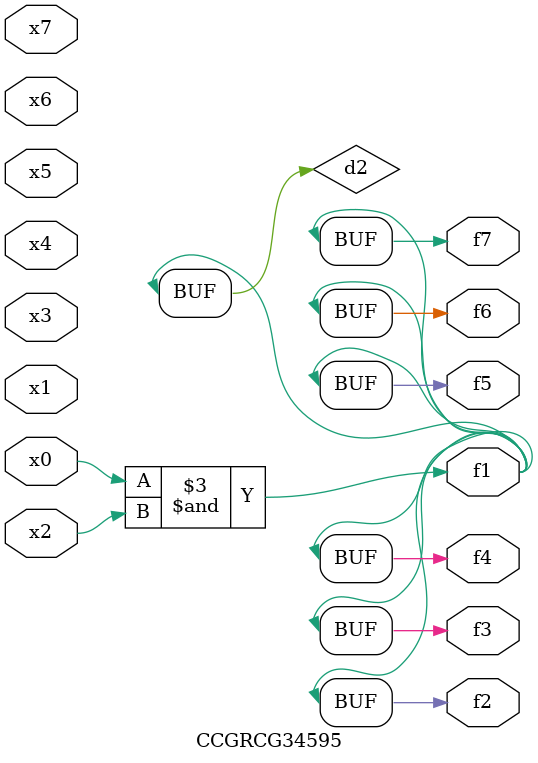
<source format=v>
module CCGRCG34595(
	input x0, x1, x2, x3, x4, x5, x6, x7,
	output f1, f2, f3, f4, f5, f6, f7
);

	wire d1, d2;

	nor (d1, x3, x6);
	and (d2, x0, x2);
	assign f1 = d2;
	assign f2 = d2;
	assign f3 = d2;
	assign f4 = d2;
	assign f5 = d2;
	assign f6 = d2;
	assign f7 = d2;
endmodule

</source>
